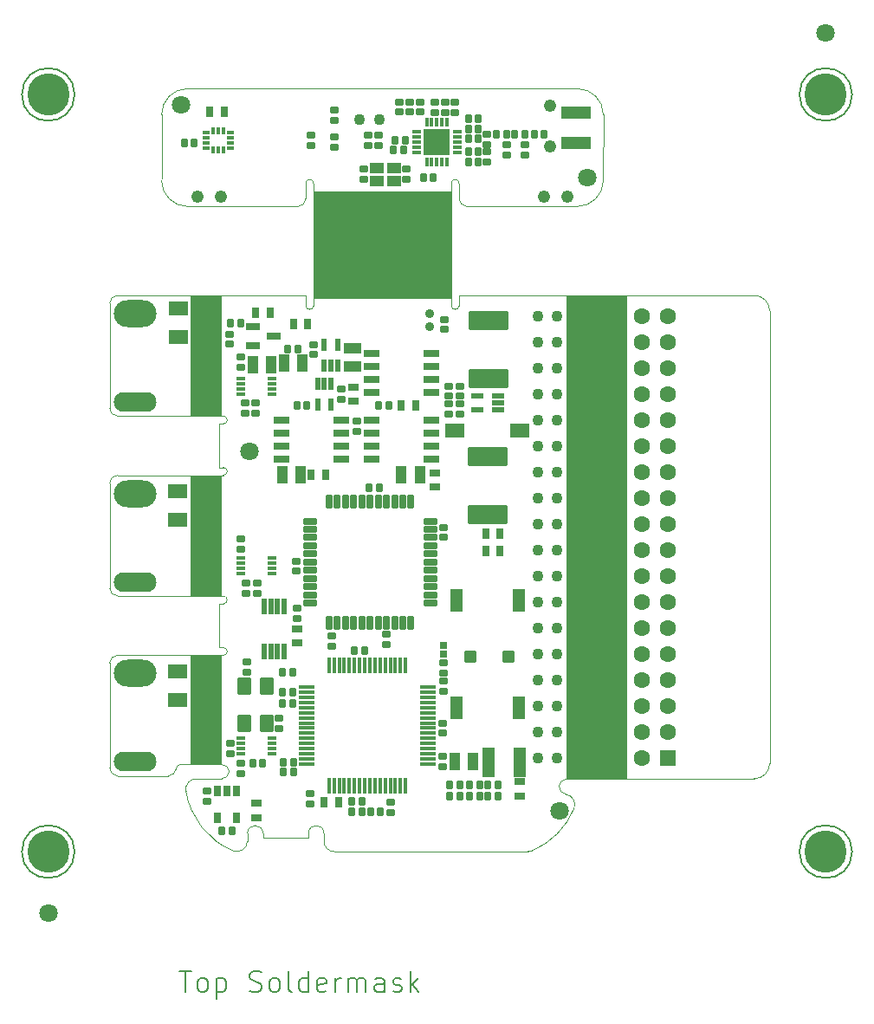
<source format=gbr>
%TF.GenerationSoftware,KiCad,Pcbnew,8.0.2*%
%TF.CreationDate,2024-10-13T20:55:14-05:00*%
%TF.ProjectId,PM1C_Rev_1_2,504d3143-5f52-4657-965f-315f322e6b69,1*%
%TF.SameCoordinates,PX297003ePY8770cd2*%
%TF.FileFunction,Soldermask,Top*%
%TF.FilePolarity,Negative*%
%FSLAX46Y46*%
G04 Gerber Fmt 4.6, Leading zero omitted, Abs format (unit mm)*
G04 Created by KiCad (PCBNEW 8.0.2) date 2024-10-13 20:55:14*
%MOMM*%
%LPD*%
G01*
G04 APERTURE LIST*
G04 Aperture macros list*
%AMRoundRect*
0 Rectangle with rounded corners*
0 $1 Rounding radius*
0 $2 $3 $4 $5 $6 $7 $8 $9 X,Y pos of 4 corners*
0 Add a 4 corners polygon primitive as box body*
4,1,4,$2,$3,$4,$5,$6,$7,$8,$9,$2,$3,0*
0 Add four circle primitives for the rounded corners*
1,1,$1+$1,$2,$3*
1,1,$1+$1,$4,$5*
1,1,$1+$1,$6,$7*
1,1,$1+$1,$8,$9*
0 Add four rect primitives between the rounded corners*
20,1,$1+$1,$2,$3,$4,$5,0*
20,1,$1+$1,$4,$5,$6,$7,0*
20,1,$1+$1,$6,$7,$8,$9,0*
20,1,$1+$1,$8,$9,$2,$3,0*%
G04 Aperture macros list end*
%ADD10C,0.050000*%
%ADD11C,0.200000*%
%ADD12C,0.203000*%
%ADD13RoundRect,0.050000X-0.375000X0.250000X-0.375000X-0.250000X0.375000X-0.250000X0.375000X0.250000X0*%
%ADD14RoundRect,0.050000X-0.200000X0.575000X-0.200000X-0.575000X0.200000X-0.575000X0.200000X0.575000X0*%
%ADD15RoundRect,0.050000X0.375000X-0.250000X0.375000X0.250000X-0.375000X0.250000X-0.375000X-0.250000X0*%
%ADD16RoundRect,0.050000X0.150000X-0.750000X0.150000X0.750000X-0.150000X0.750000X-0.150000X-0.750000X0*%
%ADD17RoundRect,0.050000X0.750000X0.150000X-0.750000X0.150000X-0.750000X-0.150000X0.750000X-0.150000X0*%
%ADD18RoundRect,0.050000X-0.250000X-0.375000X0.250000X-0.375000X0.250000X0.375000X-0.250000X0.375000X0*%
%ADD19C,1.100000*%
%ADD20RoundRect,0.050000X0.500000X-0.300000X0.500000X0.300000X-0.500000X0.300000X-0.500000X-0.300000X0*%
%ADD21RoundRect,0.050000X0.475000X0.775000X-0.475000X0.775000X-0.475000X-0.775000X0.475000X-0.775000X0*%
%ADD22RoundRect,0.050000X0.300000X0.500000X-0.300000X0.500000X-0.300000X-0.500000X0.300000X-0.500000X0*%
%ADD23RoundRect,0.050000X0.250000X0.375000X-0.250000X0.375000X-0.250000X-0.375000X0.250000X-0.375000X0*%
%ADD24RoundRect,0.050000X-0.900000X0.600000X-0.900000X-0.600000X0.900000X-0.600000X0.900000X0.600000X0*%
%ADD25RoundRect,0.050000X0.575000X0.200000X-0.575000X0.200000X-0.575000X-0.200000X0.575000X-0.200000X0*%
%ADD26C,4.113000*%
%ADD27RoundRect,0.050000X-0.575000X-1.350000X0.575000X-1.350000X0.575000X1.350000X-0.575000X1.350000X0*%
%ADD28RoundRect,0.050000X-0.300000X-0.500000X0.300000X-0.500000X0.300000X0.500000X-0.300000X0.500000X0*%
%ADD29RoundRect,0.050000X0.625000X-0.800000X0.625000X0.800000X-0.625000X0.800000X-0.625000X-0.800000X0*%
%ADD30RoundRect,0.050000X0.375000X0.150000X-0.375000X0.150000X-0.375000X-0.150000X0.375000X-0.150000X0*%
%ADD31RoundRect,0.050000X-1.350000X0.575000X-1.350000X-0.575000X1.350000X-0.575000X1.350000X0.575000X0*%
%ADD32RoundRect,0.050000X-0.475000X-0.775000X0.475000X-0.775000X0.475000X0.775000X-0.475000X0.775000X0*%
%ADD33C,1.800000*%
%ADD34RoundRect,0.050000X0.750000X0.300000X-0.750000X0.300000X-0.750000X-0.300000X0.750000X-0.300000X0*%
%ADD35RoundRect,0.050000X-1.900000X0.850000X-1.900000X-0.850000X1.900000X-0.850000X1.900000X0.850000X0*%
%ADD36RoundRect,0.050000X0.600000X0.500000X-0.600000X0.500000X-0.600000X-0.500000X0.600000X-0.500000X0*%
%ADD37RoundRect,0.050000X-0.775000X0.475000X-0.775000X-0.475000X0.775000X-0.475000X0.775000X0.475000X0*%
%ADD38RoundRect,0.050000X-0.365000X-0.150000X0.365000X-0.150000X0.365000X0.150000X-0.365000X0.150000X0*%
%ADD39RoundRect,0.050000X0.150000X-0.365000X0.150000X0.365000X-0.150000X0.365000X-0.150000X-0.365000X0*%
%ADD40RoundRect,0.050000X1.250000X-1.250000X1.250000X1.250000X-1.250000X1.250000X-1.250000X-1.250000X0*%
%ADD41O,4.164000X2.640000*%
%ADD42O,4.164000X1.928800*%
%ADD43RoundRect,0.050000X0.600000X0.250000X-0.600000X0.250000X-0.600000X-0.250000X0.600000X-0.250000X0*%
%ADD44RoundRect,0.050000X-0.250000X0.600000X-0.250000X-0.600000X0.250000X-0.600000X0.250000X0.600000X0*%
%ADD45RoundRect,0.050000X0.575000X1.050000X-0.575000X1.050000X-0.575000X-1.050000X0.575000X-1.050000X0*%
%ADD46RoundRect,0.050000X0.300000X-0.250000X0.300000X0.250000X-0.300000X0.250000X-0.300000X-0.250000X0*%
%ADD47RoundRect,0.050000X-0.500000X0.300000X-0.500000X-0.300000X0.500000X-0.300000X0.500000X0.300000X0*%
%ADD48RoundRect,0.050000X0.650000X-0.300000X0.650000X0.300000X-0.650000X0.300000X-0.650000X-0.300000X0*%
%ADD49RoundRect,0.050000X0.550000X0.550000X-0.550000X0.550000X-0.550000X-0.550000X0.550000X-0.550000X0*%
%ADD50RoundRect,0.050000X-0.575000X-1.050000X0.575000X-1.050000X0.575000X1.050000X-0.575000X1.050000X0*%
%ADD51RoundRect,0.050000X0.750000X-0.750000X0.750000X0.750000X-0.750000X0.750000X-0.750000X-0.750000X0*%
%ADD52C,1.600000*%
%ADD53RoundRect,0.050000X-0.266700X0.152400X-0.266700X-0.152400X0.266700X-0.152400X0.266700X0.152400X0*%
%ADD54RoundRect,0.050000X0.152400X0.266700X-0.152400X0.266700X-0.152400X-0.266700X0.152400X-0.266700X0*%
%ADD55RoundRect,0.050000X-0.900000X-0.600000X0.900000X-0.600000X0.900000X0.600000X-0.900000X0.600000X0*%
%ADD56RoundRect,0.050000X0.300000X-0.500000X0.300000X0.500000X-0.300000X0.500000X-0.300000X-0.500000X0*%
%ADD57RoundRect,0.050000X-0.225000X0.700000X-0.225000X-0.700000X0.225000X-0.700000X0.225000X0.700000X0*%
%ADD58RoundRect,0.050000X0.200000X-0.575000X0.200000X0.575000X-0.200000X0.575000X-0.200000X-0.575000X0*%
%ADD59C,0.900000*%
%ADD60C,1.243000*%
%ADD61C,1.241748*%
G04 APERTURE END LIST*
D10*
X54695230Y17110810D02*
X72987690Y17110810D01*
X74511690Y18634810D02*
X74511690Y62830860D01*
X16472560Y18076180D02*
X16472560Y18076180D01*
X43392220Y63354860D02*
X43392220Y75298540D01*
X55387322Y14199907D02*
G75*
G02*
X51278908Y10078131I-7042152J2910887D01*
G01*
X20897190Y29191070D02*
X19897190Y29191070D01*
X15071180Y82029550D02*
G75*
G02*
X17611190Y84569584I2540090J-56D01*
G01*
X54589435Y15594180D02*
G75*
G02*
X54633208Y17108256I105735J754614D01*
G01*
X43392220Y63354860D02*
X43392220Y63354860D01*
X29930000Y74475000D02*
X43390000Y74475000D01*
X43390000Y64075000D01*
X29930000Y64075000D01*
X29930000Y74475000D01*
G36*
X29930000Y74475000D02*
G01*
X43390000Y74475000D01*
X43390000Y64075000D01*
X29930000Y64075000D01*
X29930000Y74475000D01*
G37*
X20659200Y47534960D02*
X20659570Y51799794D01*
X10762740Y64354860D02*
X10762740Y64354860D01*
X23453200Y11776800D02*
X23453200Y11776800D01*
X23453200Y11776800D02*
G75*
G02*
X24977200Y11776800I762000J0D01*
G01*
X21099590Y29953220D02*
G75*
G02*
X21099589Y29187768I7180J-382726D01*
G01*
X31962210Y9999840D02*
G75*
G02*
X30946216Y11015840I160J1016154D01*
G01*
X29168200Y73808833D02*
G75*
G02*
X28406200Y73046864I-762030J61D01*
G01*
X15715740Y17402910D02*
X15715740Y17402910D01*
X19897190Y52566700D02*
X19897190Y52566710D01*
X30946200Y11015840D02*
X30946200Y11776800D01*
X20929013Y18514138D02*
G75*
G02*
X21688768Y17810558I-43J-762044D01*
G01*
X18451810Y17109794D02*
X20929413Y17104794D01*
X17447906Y15938502D02*
G75*
G02*
X18451810Y17109846I1003064J156192D01*
G01*
X10762740Y46772960D02*
X19897190Y46772960D01*
X10000740Y53328710D02*
X10000740Y63592860D01*
G36*
X17919570Y46759794D02*
G01*
X20929570Y46759794D01*
X20929570Y34989794D01*
X17919570Y34989794D01*
X17919570Y46759794D01*
G37*
X17611190Y84569560D02*
X55711230Y84569560D01*
X21099570Y52565194D02*
G75*
G02*
X21099570Y51799794I7200J-382700D01*
G01*
X10762740Y52566710D02*
G75*
G02*
X10000786Y53328710I30J761984D01*
G01*
X55711230Y84569560D02*
G75*
G02*
X58251236Y82029550I-160J-2540166D01*
G01*
X54695230Y17110800D02*
X54695230Y17110810D01*
X51278896Y10078155D02*
G75*
G02*
X50887740Y9999832I-391026J936939D01*
G01*
X10000740Y35746810D02*
X10000740Y46010960D01*
X44154220Y64354860D02*
X72987690Y64354860D01*
X31962210Y9999840D02*
X50887740Y9999840D01*
X17447910Y15938500D02*
X17447910Y15938500D01*
X21099570Y51799794D02*
X20659570Y51799794D01*
X20897190Y46772960D02*
X19897190Y46772960D01*
X43392220Y75298540D02*
G75*
G02*
X44154220Y75298540I381000J0D01*
G01*
X21099570Y34217904D02*
X20659570Y34217904D01*
X44154220Y63354860D02*
G75*
G02*
X43392220Y63354860I-381000J0D01*
G01*
X72987690Y64354860D02*
X72987690Y64354860D01*
X29168200Y63354860D02*
X29168200Y64354860D01*
X20659200Y29953070D02*
X20659570Y34217904D01*
X22046428Y10076954D02*
G75*
G02*
X17447945Y15938508I2930942J7033940D01*
G01*
X44154220Y63354860D02*
X44154220Y64354860D01*
X29168200Y73808833D02*
X29168200Y75298540D01*
X72987690Y64354860D02*
G75*
G02*
X74511736Y62830860I80J-1523966D01*
G01*
X21099590Y47535110D02*
X20659590Y47535110D01*
X58248935Y75586093D02*
X58251240Y82029550D01*
X10000740Y28429060D02*
G75*
G02*
X10762740Y29191024I761930J34D01*
G01*
X54660000Y64330000D02*
X60485000Y64330000D01*
X60485000Y17110000D01*
X54660000Y17110000D01*
X54660000Y64330000D01*
G36*
X54660000Y64330000D02*
G01*
X60485000Y64330000D01*
X60485000Y17110000D01*
X54660000Y17110000D01*
X54660000Y64330000D01*
G37*
X21099570Y34983304D02*
G75*
G02*
X21099570Y34217884I7200J-382710D01*
G01*
X43392220Y75298540D02*
X43392220Y75298540D01*
X21099590Y29953220D02*
X20659590Y29953220D01*
X29422200Y11776800D02*
G75*
G02*
X30946200Y11776800I762000J0D01*
G01*
X20659190Y47534960D02*
X20659200Y47534960D01*
X19897210Y46768204D02*
X19897210Y46768194D01*
X19897190Y34984810D02*
X19897190Y34984820D01*
X17610010Y73044990D02*
G75*
G02*
X15069966Y75585000I160J2540204D01*
G01*
X29422200Y11359840D02*
X29422200Y11776800D01*
G36*
X17919570Y29189794D02*
G01*
X20929570Y29189794D01*
X20929570Y18519794D01*
X17919570Y18519794D01*
X17919570Y29189794D01*
G37*
X10000740Y18164910D02*
X10000740Y28429060D01*
X19897190Y29191060D02*
X19897190Y29191060D01*
X24977200Y11359840D02*
X24977200Y11776800D01*
X10762740Y34984810D02*
G75*
G02*
X10000786Y35746810I30J761984D01*
G01*
X10762740Y29191060D02*
X19897190Y29191060D01*
X21099590Y29187820D02*
X19895908Y29188733D01*
X21099590Y46769710D02*
X19895908Y46770623D01*
X21688370Y17810408D02*
G75*
G02*
X20929413Y17104851I-761900J58586D01*
G01*
X23453200Y11014800D02*
X23453200Y11776800D01*
X19897210Y29186314D02*
X19897210Y29186304D01*
X24977200Y11359840D02*
X29422200Y11359840D01*
X21099590Y47535110D02*
G75*
G02*
X21099589Y46769678I7180J-382716D01*
G01*
X10762740Y52566710D02*
X19897190Y52566710D01*
X44918806Y73051815D02*
G75*
G02*
X44156791Y73813815I-136J761879D01*
G01*
X51278890Y10078160D02*
X51278900Y10078160D01*
X10762740Y17402910D02*
G75*
G02*
X10000786Y18164910I30J761984D01*
G01*
X54589440Y15594180D02*
G75*
G02*
X55387297Y14199912I-140970J-1006086D01*
G01*
X29168200Y75298540D02*
G75*
G02*
X29930200Y75298540I381000J0D01*
G01*
X16472561Y18076188D02*
G75*
G02*
X16969160Y18517990I496509J-58094D01*
G01*
G36*
X17919570Y64349794D02*
G01*
X20929570Y64349794D01*
X20929570Y52569794D01*
X17919570Y52569794D01*
X17919570Y64349794D01*
G37*
X20659190Y29953070D02*
X20659200Y29953070D01*
X10762740Y17402910D02*
X15715740Y17402910D01*
X30946200Y11015840D02*
X30946210Y11015840D01*
X10762740Y64354860D02*
X29168200Y64354860D01*
X54633207Y17108272D02*
G75*
G02*
X54695230Y17110796I61963J-759278D01*
G01*
X21099570Y34983304D02*
X19895888Y34982391D01*
X44156806Y73813815D02*
X44154220Y75298540D01*
X23453200Y11014800D02*
G75*
G02*
X22046413Y10076910I-1016030J-6D01*
G01*
X44918806Y73051815D02*
X55708925Y73046083D01*
X10762740Y34984810D02*
X19897190Y34984810D01*
X16969160Y18517970D02*
X16969160Y18517970D01*
X29930200Y63354860D02*
G75*
G02*
X29168200Y63354860I-381000J0D01*
G01*
X10000740Y63592860D02*
G75*
G02*
X10762740Y64354824I761930J34D01*
G01*
X16969160Y18517970D02*
X20929013Y18514138D01*
X74511690Y18634810D02*
G75*
G02*
X72987690Y17110774I-1524020J-16D01*
G01*
X29930200Y63354860D02*
X29930200Y75298540D01*
X10000740Y46010960D02*
G75*
G02*
X10762740Y46772924I761930J34D01*
G01*
X16472557Y18076186D02*
G75*
G02*
X15715740Y17402926I-756787J88708D01*
G01*
X58248935Y75586093D02*
G75*
G02*
X55708925Y73046129I-2540165J201D01*
G01*
X21099570Y52565194D02*
X19895888Y52564281D01*
X17610010Y73044990D02*
X28406200Y73046833D01*
X15071180Y75806550D02*
X15071180Y82029550D01*
D11*
X16831654Y-1700138D02*
X17974511Y-1700138D01*
X17403082Y-3700138D02*
X17403082Y-1700138D01*
X18926892Y-3700138D02*
X18736416Y-3604900D01*
X18736416Y-3604900D02*
X18641178Y-3509661D01*
X18641178Y-3509661D02*
X18545940Y-3319185D01*
X18545940Y-3319185D02*
X18545940Y-2747757D01*
X18545940Y-2747757D02*
X18641178Y-2557280D01*
X18641178Y-2557280D02*
X18736416Y-2462042D01*
X18736416Y-2462042D02*
X18926892Y-2366804D01*
X18926892Y-2366804D02*
X19212607Y-2366804D01*
X19212607Y-2366804D02*
X19403083Y-2462042D01*
X19403083Y-2462042D02*
X19498321Y-2557280D01*
X19498321Y-2557280D02*
X19593559Y-2747757D01*
X19593559Y-2747757D02*
X19593559Y-3319185D01*
X19593559Y-3319185D02*
X19498321Y-3509661D01*
X19498321Y-3509661D02*
X19403083Y-3604900D01*
X19403083Y-3604900D02*
X19212607Y-3700138D01*
X19212607Y-3700138D02*
X18926892Y-3700138D01*
X20450702Y-2366804D02*
X20450702Y-4366804D01*
X20450702Y-2462042D02*
X20641178Y-2366804D01*
X20641178Y-2366804D02*
X21022131Y-2366804D01*
X21022131Y-2366804D02*
X21212607Y-2462042D01*
X21212607Y-2462042D02*
X21307845Y-2557280D01*
X21307845Y-2557280D02*
X21403083Y-2747757D01*
X21403083Y-2747757D02*
X21403083Y-3319185D01*
X21403083Y-3319185D02*
X21307845Y-3509661D01*
X21307845Y-3509661D02*
X21212607Y-3604900D01*
X21212607Y-3604900D02*
X21022131Y-3700138D01*
X21022131Y-3700138D02*
X20641178Y-3700138D01*
X20641178Y-3700138D02*
X20450702Y-3604900D01*
X23688798Y-3604900D02*
X23974512Y-3700138D01*
X23974512Y-3700138D02*
X24450703Y-3700138D01*
X24450703Y-3700138D02*
X24641179Y-3604900D01*
X24641179Y-3604900D02*
X24736417Y-3509661D01*
X24736417Y-3509661D02*
X24831655Y-3319185D01*
X24831655Y-3319185D02*
X24831655Y-3128709D01*
X24831655Y-3128709D02*
X24736417Y-2938233D01*
X24736417Y-2938233D02*
X24641179Y-2842995D01*
X24641179Y-2842995D02*
X24450703Y-2747757D01*
X24450703Y-2747757D02*
X24069750Y-2652519D01*
X24069750Y-2652519D02*
X23879274Y-2557280D01*
X23879274Y-2557280D02*
X23784036Y-2462042D01*
X23784036Y-2462042D02*
X23688798Y-2271566D01*
X23688798Y-2271566D02*
X23688798Y-2081090D01*
X23688798Y-2081090D02*
X23784036Y-1890614D01*
X23784036Y-1890614D02*
X23879274Y-1795376D01*
X23879274Y-1795376D02*
X24069750Y-1700138D01*
X24069750Y-1700138D02*
X24545941Y-1700138D01*
X24545941Y-1700138D02*
X24831655Y-1795376D01*
X25974512Y-3700138D02*
X25784036Y-3604900D01*
X25784036Y-3604900D02*
X25688798Y-3509661D01*
X25688798Y-3509661D02*
X25593560Y-3319185D01*
X25593560Y-3319185D02*
X25593560Y-2747757D01*
X25593560Y-2747757D02*
X25688798Y-2557280D01*
X25688798Y-2557280D02*
X25784036Y-2462042D01*
X25784036Y-2462042D02*
X25974512Y-2366804D01*
X25974512Y-2366804D02*
X26260227Y-2366804D01*
X26260227Y-2366804D02*
X26450703Y-2462042D01*
X26450703Y-2462042D02*
X26545941Y-2557280D01*
X26545941Y-2557280D02*
X26641179Y-2747757D01*
X26641179Y-2747757D02*
X26641179Y-3319185D01*
X26641179Y-3319185D02*
X26545941Y-3509661D01*
X26545941Y-3509661D02*
X26450703Y-3604900D01*
X26450703Y-3604900D02*
X26260227Y-3700138D01*
X26260227Y-3700138D02*
X25974512Y-3700138D01*
X27784036Y-3700138D02*
X27593560Y-3604900D01*
X27593560Y-3604900D02*
X27498322Y-3414423D01*
X27498322Y-3414423D02*
X27498322Y-1700138D01*
X29403084Y-3700138D02*
X29403084Y-1700138D01*
X29403084Y-3604900D02*
X29212608Y-3700138D01*
X29212608Y-3700138D02*
X28831655Y-3700138D01*
X28831655Y-3700138D02*
X28641179Y-3604900D01*
X28641179Y-3604900D02*
X28545941Y-3509661D01*
X28545941Y-3509661D02*
X28450703Y-3319185D01*
X28450703Y-3319185D02*
X28450703Y-2747757D01*
X28450703Y-2747757D02*
X28545941Y-2557280D01*
X28545941Y-2557280D02*
X28641179Y-2462042D01*
X28641179Y-2462042D02*
X28831655Y-2366804D01*
X28831655Y-2366804D02*
X29212608Y-2366804D01*
X29212608Y-2366804D02*
X29403084Y-2462042D01*
X31117370Y-3604900D02*
X30926894Y-3700138D01*
X30926894Y-3700138D02*
X30545941Y-3700138D01*
X30545941Y-3700138D02*
X30355465Y-3604900D01*
X30355465Y-3604900D02*
X30260227Y-3414423D01*
X30260227Y-3414423D02*
X30260227Y-2652519D01*
X30260227Y-2652519D02*
X30355465Y-2462042D01*
X30355465Y-2462042D02*
X30545941Y-2366804D01*
X30545941Y-2366804D02*
X30926894Y-2366804D01*
X30926894Y-2366804D02*
X31117370Y-2462042D01*
X31117370Y-2462042D02*
X31212608Y-2652519D01*
X31212608Y-2652519D02*
X31212608Y-2842995D01*
X31212608Y-2842995D02*
X30260227Y-3033471D01*
X32069751Y-3700138D02*
X32069751Y-2366804D01*
X32069751Y-2747757D02*
X32164989Y-2557280D01*
X32164989Y-2557280D02*
X32260227Y-2462042D01*
X32260227Y-2462042D02*
X32450703Y-2366804D01*
X32450703Y-2366804D02*
X32641180Y-2366804D01*
X33307846Y-3700138D02*
X33307846Y-2366804D01*
X33307846Y-2557280D02*
X33403084Y-2462042D01*
X33403084Y-2462042D02*
X33593560Y-2366804D01*
X33593560Y-2366804D02*
X33879275Y-2366804D01*
X33879275Y-2366804D02*
X34069751Y-2462042D01*
X34069751Y-2462042D02*
X34164989Y-2652519D01*
X34164989Y-2652519D02*
X34164989Y-3700138D01*
X34164989Y-2652519D02*
X34260227Y-2462042D01*
X34260227Y-2462042D02*
X34450703Y-2366804D01*
X34450703Y-2366804D02*
X34736417Y-2366804D01*
X34736417Y-2366804D02*
X34926894Y-2462042D01*
X34926894Y-2462042D02*
X35022132Y-2652519D01*
X35022132Y-2652519D02*
X35022132Y-3700138D01*
X36831656Y-3700138D02*
X36831656Y-2652519D01*
X36831656Y-2652519D02*
X36736418Y-2462042D01*
X36736418Y-2462042D02*
X36545942Y-2366804D01*
X36545942Y-2366804D02*
X36164989Y-2366804D01*
X36164989Y-2366804D02*
X35974513Y-2462042D01*
X36831656Y-3604900D02*
X36641180Y-3700138D01*
X36641180Y-3700138D02*
X36164989Y-3700138D01*
X36164989Y-3700138D02*
X35974513Y-3604900D01*
X35974513Y-3604900D02*
X35879275Y-3414423D01*
X35879275Y-3414423D02*
X35879275Y-3223947D01*
X35879275Y-3223947D02*
X35974513Y-3033471D01*
X35974513Y-3033471D02*
X36164989Y-2938233D01*
X36164989Y-2938233D02*
X36641180Y-2938233D01*
X36641180Y-2938233D02*
X36831656Y-2842995D01*
X37688799Y-3604900D02*
X37879275Y-3700138D01*
X37879275Y-3700138D02*
X38260227Y-3700138D01*
X38260227Y-3700138D02*
X38450704Y-3604900D01*
X38450704Y-3604900D02*
X38545942Y-3414423D01*
X38545942Y-3414423D02*
X38545942Y-3319185D01*
X38545942Y-3319185D02*
X38450704Y-3128709D01*
X38450704Y-3128709D02*
X38260227Y-3033471D01*
X38260227Y-3033471D02*
X37974513Y-3033471D01*
X37974513Y-3033471D02*
X37784037Y-2938233D01*
X37784037Y-2938233D02*
X37688799Y-2747757D01*
X37688799Y-2747757D02*
X37688799Y-2652519D01*
X37688799Y-2652519D02*
X37784037Y-2462042D01*
X37784037Y-2462042D02*
X37974513Y-2366804D01*
X37974513Y-2366804D02*
X38260227Y-2366804D01*
X38260227Y-2366804D02*
X38450704Y-2462042D01*
X39403085Y-3700138D02*
X39403085Y-1700138D01*
X39593561Y-2938233D02*
X40164990Y-3700138D01*
X40164990Y-2366804D02*
X39403085Y-3128709D01*
D12*
%TO.C,M5*%
X6564600Y9991540D02*
G75*
G02*
X1414600Y9991540I-2575000J0D01*
G01*
X1414600Y9991540D02*
G75*
G02*
X6564600Y9991540I2575000J0D01*
G01*
%TO.C,M6*%
X82564600Y9991540D02*
G75*
G02*
X77414600Y9991540I-2575000J0D01*
G01*
X77414600Y9991540D02*
G75*
G02*
X82564600Y9991540I2575000J0D01*
G01*
%TO.C,M3*%
X82564600Y83991540D02*
G75*
G02*
X77414600Y83991540I-2575000J0D01*
G01*
X77414600Y83991540D02*
G75*
G02*
X82564600Y83991540I2575000J0D01*
G01*
%TO.C,M4*%
X6564600Y83991540D02*
G75*
G02*
X1414600Y83991540I-2575000J0D01*
G01*
X1414600Y83991540D02*
G75*
G02*
X6564600Y83991540I2575000J0D01*
G01*
%TD*%
D13*
%TO.C,C97*%
X37427200Y14800350D03*
X37427200Y13800350D03*
%TD*%
D14*
%TO.C,U12*%
X31618160Y55715350D03*
X30968160Y55715350D03*
X30318160Y55715350D03*
X30318160Y53665350D03*
X31618160Y53665350D03*
%TD*%
D15*
%TO.C,C39*%
X34827200Y75690350D03*
X34827200Y76690350D03*
%TD*%
%TO.C,R85*%
X19502200Y14900350D03*
X19502200Y15900350D03*
%TD*%
D13*
%TO.C,FB4*%
X36247130Y79990190D03*
X36247130Y78990190D03*
%TD*%
D16*
%TO.C,U46*%
X31427200Y16415350D03*
X31927200Y16415350D03*
X32427200Y16415350D03*
X32927200Y16415350D03*
X33427200Y16415350D03*
X33927200Y16415350D03*
X34427200Y16415350D03*
X34927200Y16415350D03*
X35427200Y16415350D03*
X35927200Y16415350D03*
X36427200Y16415350D03*
X36927200Y16415350D03*
X37427200Y16415350D03*
X37927200Y16415350D03*
X38427200Y16415350D03*
X38927200Y16415350D03*
D17*
X41077200Y18565350D03*
X41077200Y19065350D03*
X41077200Y19565350D03*
X41077200Y20065350D03*
X41077200Y20565350D03*
X41077200Y21065350D03*
X41077200Y21565350D03*
X41077200Y22065350D03*
X41077200Y22565350D03*
X41077200Y23065350D03*
X41077200Y23565350D03*
X41077200Y24065350D03*
X41077200Y24565350D03*
X41077200Y25065350D03*
X41077200Y25565350D03*
X41077200Y26065350D03*
D16*
X38927200Y28215350D03*
X38427200Y28215350D03*
X37927200Y28215350D03*
X37427200Y28215350D03*
X36927200Y28215350D03*
X36427200Y28215350D03*
X35927200Y28215350D03*
X35427200Y28215350D03*
X34927200Y28215350D03*
X34427200Y28215350D03*
X33927200Y28215350D03*
X33427200Y28215350D03*
X32927200Y28215350D03*
X32427200Y28215350D03*
X31927200Y28215350D03*
X31427200Y28215350D03*
D17*
X29277200Y26065350D03*
X29277200Y25565350D03*
X29277200Y25065350D03*
X29277200Y24565350D03*
X29277200Y24065350D03*
X29277200Y23565350D03*
X29277200Y23065350D03*
X29277200Y22565350D03*
X29277200Y22065350D03*
X29277200Y21565350D03*
X29277200Y21065350D03*
X29277200Y20565350D03*
X29277200Y20065350D03*
X29277200Y19565350D03*
X29277200Y19065350D03*
X29277200Y18565350D03*
%TD*%
D18*
%TO.C,C28*%
X45052200Y77425350D03*
X46052200Y77425350D03*
%TD*%
%TO.C,C12*%
X35352210Y45540350D03*
X36352210Y45540350D03*
%TD*%
D19*
%TO.C,TP37*%
X36355000Y81500000D03*
%TD*%
D15*
%TO.C,C21*%
X21754570Y59569794D03*
X21754570Y60569794D03*
%TD*%
D19*
%TO.C,TP34*%
X51817200Y59782830D03*
%TD*%
D20*
%TO.C,C8*%
X28277200Y31790350D03*
X28277200Y30390350D03*
%TD*%
D21*
%TO.C,R25*%
X23984570Y57574794D03*
X25784570Y57574794D03*
%TD*%
D13*
%TO.C,FB1*%
X40302200Y83265350D03*
X40302200Y82265350D03*
%TD*%
D19*
%TO.C,TP15*%
X53738630Y36922830D03*
%TD*%
D22*
%TO.C,R20*%
X27975070Y61540350D03*
X29375070Y61540350D03*
%TD*%
D19*
%TO.C,TP38*%
X34400000Y81500000D03*
%TD*%
D18*
%TO.C,L5*%
X45052200Y78440350D03*
X46052200Y78440350D03*
%TD*%
D23*
%TO.C,C35*%
X38756418Y78537277D03*
X37756418Y78537277D03*
%TD*%
D24*
%TO.C,F2*%
X16739570Y60319794D03*
X16739570Y63119794D03*
%TD*%
D25*
%TO.C,U47*%
X47977200Y53190350D03*
X47977200Y53840350D03*
X47977200Y54490350D03*
X45927200Y54490350D03*
X45927200Y53190350D03*
%TD*%
D19*
%TO.C,TP14*%
X51817200Y34382830D03*
%TD*%
D23*
%TO.C,C37*%
X41645000Y75840000D03*
X40645000Y75840000D03*
%TD*%
D26*
%TO.C,M5*%
X3999600Y9991540D03*
%TD*%
D18*
%TO.C,R112*%
X26969570Y17779794D03*
X27969570Y17779794D03*
%TD*%
D15*
%TO.C,C9*%
X42652210Y40690350D03*
X42652210Y41690350D03*
%TD*%
D13*
%TO.C,R120*%
X22834570Y58309794D03*
X22834570Y57309794D03*
%TD*%
%TO.C,R103*%
X29577200Y15659840D03*
X29577200Y14659840D03*
%TD*%
D27*
%TO.C,C44*%
X50052190Y18739950D03*
X47052200Y18739950D03*
%TD*%
D19*
%TO.C,TP28*%
X51817200Y52162830D03*
%TD*%
D15*
%TO.C,C18*%
X32668160Y54190350D03*
X32668160Y55190350D03*
%TD*%
D28*
%TO.C,R16*%
X48154200Y41040350D03*
X46754200Y41040350D03*
%TD*%
D15*
%TO.C,R28*%
X42777200Y82240350D03*
X42777200Y83240350D03*
%TD*%
D29*
%TO.C,Y2*%
X25352200Y22490350D03*
X25352200Y26190350D03*
X23152200Y26190350D03*
X23152200Y22490350D03*
%TD*%
D30*
%TO.C,U49*%
X25827200Y37163350D03*
X25827200Y37663350D03*
X25827200Y38163350D03*
X25827200Y38663350D03*
X22827200Y38663350D03*
X22827200Y38163350D03*
X22827200Y37663350D03*
X22827200Y37163350D03*
%TD*%
D13*
%TO.C,C98*%
X23349570Y36259794D03*
X23349570Y35259794D03*
%TD*%
D31*
%TO.C,C25*%
X55577200Y79240360D03*
X55577200Y82240350D03*
%TD*%
D13*
%TO.C,C10*%
X37052200Y31215350D03*
X37052200Y30215350D03*
%TD*%
%TO.C,R102*%
X44252200Y53790350D03*
X44252200Y52790350D03*
%TD*%
D18*
%TO.C,C27*%
X51477200Y80065350D03*
X52477200Y80065350D03*
%TD*%
D13*
%TO.C,C96*%
X23259570Y53854794D03*
X23259570Y52854794D03*
%TD*%
D19*
%TO.C,TP11*%
X53738630Y31842830D03*
%TD*%
D23*
%TO.C,C7*%
X18277200Y79240350D03*
X17277200Y79240350D03*
%TD*%
D15*
%TO.C,C26*%
X43760180Y82240350D03*
X43760180Y83240350D03*
%TD*%
D23*
%TO.C,C88*%
X34652200Y14915350D03*
X33652200Y14915350D03*
%TD*%
D13*
%TO.C,R101*%
X44252200Y55490350D03*
X44252200Y54490350D03*
%TD*%
D32*
%TO.C,C17*%
X28677200Y46840350D03*
X26877200Y46840350D03*
%TD*%
D33*
%TO.C,FID17*%
X3999590Y3991530D03*
%TD*%
D22*
%TO.C,C92*%
X30977200Y14809840D03*
X32377200Y14809840D03*
%TD*%
D34*
%TO.C,U10*%
X32611510Y48385350D03*
X32611510Y49655350D03*
X32611510Y50925350D03*
X32611510Y52195350D03*
X26811510Y52195350D03*
X26811510Y50925350D03*
X26811510Y49655350D03*
X26811510Y48385350D03*
%TD*%
D35*
%TO.C,L8*%
X46977200Y48590350D03*
X46977200Y42890350D03*
%TD*%
D30*
%TO.C,U50*%
X25827200Y19561350D03*
X25827200Y20061350D03*
X25827200Y20561350D03*
X25827200Y21061350D03*
X22827200Y21061350D03*
X22827200Y20561350D03*
X22827200Y20061350D03*
X22827200Y19561350D03*
%TD*%
D28*
%TO.C,R24*%
X25677200Y62640350D03*
X24277200Y62640350D03*
%TD*%
D36*
%TO.C,Y1*%
X37777200Y76840350D03*
X36077200Y76840350D03*
X36077200Y75540350D03*
X37777200Y75540350D03*
%TD*%
D19*
%TO.C,TP1*%
X53738630Y19142830D03*
%TD*%
D37*
%TO.C,R23*%
X33702200Y57390350D03*
X33702200Y59190350D03*
%TD*%
D15*
%TO.C,C89*%
X42527200Y21565360D03*
X42527200Y22565360D03*
%TD*%
D13*
%TO.C,R109*%
X42602200Y26665350D03*
X42602200Y25665350D03*
%TD*%
D18*
%TO.C,C29*%
X45055000Y79690000D03*
X46055000Y79690000D03*
%TD*%
D38*
%TO.C,U14*%
X40012200Y80340480D03*
X40012200Y79840480D03*
X40012200Y79340480D03*
X40012200Y78840480D03*
X40012200Y78340480D03*
D39*
X40977200Y77375480D03*
X41477200Y77375480D03*
X41977200Y77375480D03*
X42477200Y77375480D03*
X42977200Y77375480D03*
D38*
X43942200Y78340480D03*
X43942200Y78840480D03*
X43942200Y79340480D03*
X43942200Y79840480D03*
X43942200Y80340480D03*
D39*
X42977200Y81305480D03*
X42477200Y81305480D03*
X41977200Y81305480D03*
X41477200Y81305480D03*
X40977200Y81305480D03*
D40*
X41977200Y79340480D03*
%TD*%
D33*
%TO.C,FID12*%
X53999600Y13991540D03*
%TD*%
D34*
%TO.C,U8*%
X41427200Y48380350D03*
X41427200Y49650350D03*
X41427200Y50920350D03*
X41427200Y52190350D03*
X35627200Y52190350D03*
X35627200Y50920350D03*
X35627200Y49650350D03*
X35627200Y48380350D03*
%TD*%
D20*
%TO.C,R32*%
X50052200Y16825350D03*
X50052200Y15425350D03*
%TD*%
D26*
%TO.C,M6*%
X79999600Y9991540D03*
%TD*%
D23*
%TO.C,R126*%
X47964970Y16499270D03*
X46964970Y16499270D03*
%TD*%
D22*
%TO.C,R37*%
X46752200Y39365350D03*
X48152200Y39365350D03*
%TD*%
D13*
%TO.C,C36*%
X46877200Y78390000D03*
X46877200Y77390000D03*
%TD*%
D41*
%TO.C,BAT2*%
X12528200Y45005150D03*
D42*
X12528200Y36362750D03*
%TD*%
D19*
%TO.C,TP5*%
X53738630Y24222830D03*
%TD*%
D33*
%TO.C,FID11*%
X16999600Y82991540D03*
%TD*%
D19*
%TO.C,TP32*%
X51817200Y57242830D03*
%TD*%
%TO.C,TP29*%
X53690970Y54702830D03*
%TD*%
D23*
%TO.C,C20*%
X22814570Y61609794D03*
X21814570Y61609794D03*
%TD*%
D26*
%TO.C,M3*%
X79999600Y83991540D03*
%TD*%
D19*
%TO.C,TP33*%
X53713710Y59782830D03*
%TD*%
D33*
%TO.C,FID8*%
X79999600Y89991540D03*
%TD*%
D35*
%TO.C,L9*%
X47052200Y61890350D03*
X47052200Y56190350D03*
%TD*%
D15*
%TO.C,R111*%
X42602200Y27415350D03*
X42602200Y28415350D03*
%TD*%
D13*
%TO.C,R123*%
X24464570Y36254794D03*
X24464570Y35254794D03*
%TD*%
D18*
%TO.C,R127*%
X23959570Y18629794D03*
X24959570Y18629794D03*
%TD*%
D15*
%TO.C,C90*%
X43177200Y54490350D03*
X43177200Y55490350D03*
%TD*%
D23*
%TO.C,C15*%
X37317890Y53565360D03*
X36317890Y53565360D03*
%TD*%
D15*
%TO.C,C11*%
X28252200Y37390350D03*
X28252200Y38390350D03*
%TD*%
%TO.C,C91*%
X26580000Y22005000D03*
X26580000Y23005000D03*
%TD*%
D18*
%TO.C,C19*%
X28277200Y53640350D03*
X29277200Y53640350D03*
%TD*%
D13*
%TO.C,C23*%
X31993160Y82440350D03*
X31993160Y81440350D03*
%TD*%
D20*
%TO.C,R22*%
X33818160Y55415350D03*
X33818160Y54015350D03*
%TD*%
D19*
%TO.C,TP3*%
X53738630Y21682830D03*
%TD*%
D18*
%TO.C,C22*%
X27427200Y59140350D03*
X28427200Y59140350D03*
%TD*%
D13*
%TO.C,R15*%
X28277200Y33790350D03*
X28277200Y32790350D03*
%TD*%
D19*
%TO.C,TP26*%
X51817200Y49622830D03*
%TD*%
D13*
%TO.C,R17*%
X31702200Y31040350D03*
X31702200Y30040350D03*
%TD*%
D15*
%TO.C,C87*%
X23377200Y27507030D03*
X23377200Y28507030D03*
%TD*%
D18*
%TO.C,L3*%
X47777200Y80065350D03*
X48777200Y80065350D03*
%TD*%
D21*
%TO.C,R26*%
X27027200Y57715350D03*
X28827200Y57715350D03*
%TD*%
D15*
%TO.C,R105*%
X43177200Y52790350D03*
X43177200Y53790350D03*
%TD*%
D43*
%TO.C,U7*%
X41352210Y34290350D03*
X41352210Y35090350D03*
X41352210Y35890350D03*
X41352210Y36690350D03*
X41352210Y37490350D03*
X41352210Y38290350D03*
X41352210Y39090350D03*
X41352210Y39890350D03*
X41352210Y40690350D03*
X41352210Y41490350D03*
X41352210Y42290350D03*
D44*
X39452120Y44190430D03*
X38652120Y44190430D03*
X37852120Y44190430D03*
X37052120Y44190430D03*
X36252120Y44190430D03*
X35452120Y44190430D03*
X34652120Y44190430D03*
X33852120Y44190430D03*
X33052120Y44190430D03*
X32252120Y44190430D03*
X31452120Y44190430D03*
D43*
X29552200Y42290350D03*
X29552200Y41490350D03*
X29552200Y40690350D03*
X29552200Y39890350D03*
X29552200Y39090350D03*
X29552200Y38290350D03*
X29552200Y37490350D03*
X29552200Y36690350D03*
X29552200Y35890350D03*
X29552200Y35090350D03*
X29552200Y34290350D03*
D44*
X31452120Y32390430D03*
X32252120Y32390430D03*
X33052120Y32390430D03*
X33852120Y32390430D03*
X34652120Y32390430D03*
X35452120Y32390430D03*
X36252120Y32390430D03*
X37052120Y32390430D03*
X37852120Y32390430D03*
X38652120Y32390430D03*
X39452120Y32390430D03*
%TD*%
D15*
%TO.C,C32*%
X46877200Y79065350D03*
X46877200Y80065350D03*
%TD*%
D45*
%TO.C,L7*%
X50027200Y34590350D03*
X43877200Y34590350D03*
%TD*%
D46*
%TO.C,LED1*%
X42602200Y30165350D03*
X42602200Y29265350D03*
%TD*%
D18*
%TO.C,R114*%
X26902200Y27540350D03*
X27902200Y27540350D03*
%TD*%
D13*
%TO.C,C100*%
X22827200Y18636350D03*
X22827200Y17636350D03*
%TD*%
D47*
%TO.C,C77*%
X24377200Y13300350D03*
X24377200Y14700350D03*
%TD*%
D19*
%TO.C,TP22*%
X51817200Y44542830D03*
%TD*%
%TO.C,TP23*%
X53690970Y47082830D03*
%TD*%
D48*
%TO.C,U13*%
X23977200Y61315350D03*
X23977200Y59415350D03*
X26007200Y60365350D03*
%TD*%
D15*
%TO.C,R128*%
X21809570Y19539794D03*
X21809570Y20539794D03*
%TD*%
D32*
%TO.C,R100*%
X45502200Y18815350D03*
X43702200Y18815350D03*
%TD*%
D18*
%TO.C,R121*%
X35477200Y13900350D03*
X36477200Y13900350D03*
%TD*%
D19*
%TO.C,TP36*%
X51817200Y62322830D03*
%TD*%
D33*
%TO.C,FID16*%
X56709479Y75886113D03*
%TD*%
D28*
%TO.C,R14*%
X21177200Y82304700D03*
X19777200Y82304700D03*
%TD*%
D19*
%TO.C,TP13*%
X53738630Y34382830D03*
%TD*%
D18*
%TO.C,L2*%
X45052200Y80640350D03*
X46052200Y80640350D03*
%TD*%
D19*
%TO.C,TP31*%
X53713710Y57242830D03*
%TD*%
D18*
%TO.C,C101*%
X43242200Y16500340D03*
X44242200Y16500340D03*
%TD*%
D23*
%TO.C,R125*%
X46189970Y15424270D03*
X45189970Y15424270D03*
%TD*%
D19*
%TO.C,TP10*%
X51817200Y29302830D03*
%TD*%
D26*
%TO.C,M4*%
X3999600Y83991540D03*
%TD*%
D19*
%TO.C,TP21*%
X53690970Y44542830D03*
%TD*%
D13*
%TO.C,FB2*%
X39302200Y83265350D03*
X39302200Y82265350D03*
%TD*%
%TO.C,C31*%
X48777200Y79067420D03*
X48777200Y78067420D03*
%TD*%
%TO.C,R119*%
X24254570Y53854794D03*
X24254570Y52854794D03*
%TD*%
D41*
%TO.C,BAT1*%
X12511180Y62601390D03*
D42*
X12511180Y53958990D03*
%TD*%
D49*
%TO.C,D2*%
X45252200Y29040350D03*
X48952200Y29040350D03*
%TD*%
D28*
%TO.C,R19*%
X39917890Y53590350D03*
X38517890Y53590350D03*
%TD*%
D18*
%TO.C,C85*%
X33927200Y29615350D03*
X34927200Y29615350D03*
%TD*%
D50*
%TO.C,L6*%
X43864930Y24079040D03*
X50014930Y24079040D03*
%TD*%
D23*
%TO.C,C95*%
X27919570Y25579794D03*
X26919570Y25579794D03*
%TD*%
D21*
%TO.C,C13*%
X38517890Y46860350D03*
X40317890Y46860350D03*
%TD*%
D15*
%TO.C,L1*%
X29695000Y78990350D03*
X29695000Y79990350D03*
%TD*%
D19*
%TO.C,TP20*%
X51817200Y42002830D03*
%TD*%
%TO.C,TP7*%
X53738630Y26762830D03*
%TD*%
D51*
%TO.C,H1*%
X64517200Y19142830D03*
D52*
X61977200Y19142830D03*
X64517200Y21682830D03*
X61977200Y21682830D03*
X64517200Y24222830D03*
X61977200Y24222830D03*
X64517200Y26762830D03*
X61977200Y26762830D03*
X64517200Y29302830D03*
X61977200Y29302830D03*
X64517200Y31842830D03*
X61977200Y31842830D03*
X64517200Y34382830D03*
X61977200Y34382830D03*
X64517200Y36922830D03*
X61977200Y36922830D03*
X64517200Y39462830D03*
X61977200Y39462830D03*
X64517200Y42002830D03*
X61977200Y42002830D03*
X64517200Y44542830D03*
X61977200Y44542830D03*
X64517200Y47082830D03*
X61977200Y47082830D03*
X64517200Y49622830D03*
X61977200Y49622830D03*
X64517200Y52162830D03*
X61977200Y52162830D03*
X64517200Y54702830D03*
X61977200Y54702830D03*
X64517200Y57242830D03*
X61977200Y57242830D03*
X64517200Y59782830D03*
X61977200Y59782830D03*
X64517200Y62322830D03*
X61977200Y62322830D03*
%TD*%
D13*
%TO.C,C38*%
X39027200Y76690350D03*
X39027200Y75690350D03*
%TD*%
D19*
%TO.C,TP18*%
X53738630Y39462830D03*
%TD*%
%TO.C,TP6*%
X51817200Y24222830D03*
%TD*%
D13*
%TO.C,C16*%
X29927200Y59565350D03*
X29927200Y58565350D03*
%TD*%
D19*
%TO.C,TP24*%
X51817200Y47082830D03*
%TD*%
D53*
%TO.C,U5*%
X21800700Y78764699D03*
X21800700Y79264700D03*
X21800700Y79764700D03*
X21800700Y80264701D03*
D54*
X21119599Y80441800D03*
X20619600Y80441800D03*
X20119601Y80441800D03*
D53*
X19438500Y80264701D03*
X19438500Y79764700D03*
X19438500Y79264700D03*
X19438500Y78764699D03*
D54*
X20119601Y78587600D03*
X20619600Y78587600D03*
X21119599Y78587600D03*
%TD*%
D41*
%TO.C,BAT3*%
X12528200Y27428350D03*
D42*
X12528200Y18785950D03*
%TD*%
D34*
%TO.C,U9*%
X41427200Y54835350D03*
X41427200Y56105350D03*
X41427200Y57375350D03*
X41427200Y58645350D03*
X35627200Y58645350D03*
X35627200Y57375350D03*
X35627200Y56105350D03*
X35627200Y54835350D03*
%TD*%
D13*
%TO.C,FB3*%
X38302200Y83265350D03*
X38302200Y82265350D03*
%TD*%
D55*
%TO.C,SW1*%
X43701080Y51115270D03*
X50101080Y51115270D03*
%TD*%
D23*
%TO.C,R129*%
X46189970Y16499270D03*
X45189970Y16499270D03*
%TD*%
D13*
%TO.C,C30*%
X50602200Y79067420D03*
X50602200Y78067420D03*
%TD*%
D56*
%TO.C,U38*%
X22427200Y15900350D03*
X21477200Y15900350D03*
X20527200Y15900350D03*
X20527200Y13300350D03*
X22427200Y13300350D03*
%TD*%
D18*
%TO.C,C99*%
X43242300Y15450350D03*
X44242300Y15450350D03*
%TD*%
%TO.C,R118*%
X33652200Y13900350D03*
X34652200Y13900350D03*
%TD*%
D23*
%TO.C,R122*%
X47964970Y15424270D03*
X46964970Y15424270D03*
%TD*%
D13*
%TO.C,FB5*%
X35247130Y79990190D03*
X35247130Y78990190D03*
%TD*%
D19*
%TO.C,TP12*%
X51817200Y31842830D03*
%TD*%
D24*
%TO.C,F3*%
X16627200Y42459840D03*
X16627200Y45259840D03*
%TD*%
D13*
%TO.C,C14*%
X34202200Y52060350D03*
X34202200Y51060350D03*
%TD*%
D19*
%TO.C,TP16*%
X51817200Y36922830D03*
%TD*%
D18*
%TO.C,L4*%
X49602200Y80065350D03*
X50602200Y80065350D03*
%TD*%
D15*
%TO.C,C94*%
X42527200Y18315350D03*
X42527200Y19315350D03*
%TD*%
D23*
%TO.C,C86*%
X27919570Y24469794D03*
X26919570Y24469794D03*
%TD*%
D19*
%TO.C,TP17*%
X51814600Y39439700D03*
%TD*%
D15*
%TO.C,C24*%
X41777200Y82240350D03*
X41777200Y83240350D03*
%TD*%
D57*
%TO.C,U6*%
X27052210Y33990350D03*
X26402200Y33990350D03*
X25752210Y33990350D03*
X25102200Y33990350D03*
X25102200Y29590350D03*
X25752210Y29590350D03*
X26402200Y29590350D03*
X27052210Y29590350D03*
%TD*%
D15*
%TO.C,R27*%
X31993160Y78829700D03*
X31993160Y79829700D03*
%TD*%
D19*
%TO.C,TP2*%
X51817200Y19142830D03*
%TD*%
%TO.C,TP35*%
X53687010Y62322830D03*
%TD*%
D23*
%TO.C,C33*%
X38906991Y79515450D03*
X37906991Y79515450D03*
%TD*%
D30*
%TO.C,U48*%
X25827200Y54740350D03*
X25827200Y55240350D03*
X25827200Y55740350D03*
X25827200Y56240350D03*
X22827200Y56240350D03*
X22827200Y55740350D03*
X22827200Y55240350D03*
X22827200Y54740350D03*
%TD*%
D58*
%TO.C,U11*%
X30977200Y57515350D03*
X31627200Y57515350D03*
X32277200Y57515350D03*
X32277200Y59565350D03*
X30977200Y59565350D03*
%TD*%
D20*
%TO.C,R18*%
X41777200Y47015350D03*
X41777200Y45615350D03*
%TD*%
D23*
%TO.C,C93*%
X27979570Y18759794D03*
X26979570Y18759794D03*
%TD*%
D19*
%TO.C,TP8*%
X51817200Y26762830D03*
%TD*%
D13*
%TO.C,R124*%
X22827200Y40538350D03*
X22827200Y39538350D03*
%TD*%
D24*
%TO.C,F4*%
X16627200Y24809840D03*
X16627200Y27609840D03*
%TD*%
D19*
%TO.C,TP4*%
X51829600Y21679700D03*
%TD*%
D15*
%TO.C,C59*%
X42725730Y61024840D03*
X42725730Y62024840D03*
%TD*%
D19*
%TO.C,TP30*%
X51817200Y54702830D03*
%TD*%
D28*
%TO.C,R21*%
X31077200Y46840350D03*
X29677200Y46840350D03*
%TD*%
D19*
%TO.C,TP19*%
X53738630Y42002830D03*
%TD*%
D59*
%TO.C,RV1*%
X41234900Y61265290D03*
X41234900Y62535290D03*
%TD*%
D33*
%TO.C,FID15*%
X23624570Y49144794D03*
%TD*%
D19*
%TO.C,TP27*%
X53690970Y52162830D03*
%TD*%
%TO.C,TP25*%
X53690970Y49622830D03*
%TD*%
%TO.C,TP9*%
X53738630Y29302830D03*
%TD*%
D23*
%TO.C,R86*%
X21977200Y12000350D03*
X20977200Y12000350D03*
%TD*%
D18*
%TO.C,C34*%
X45052200Y81640350D03*
X46052200Y81640350D03*
%TD*%
D60*
%TO.C,J1*%
X54749600Y74029700D03*
X52459600Y74029700D03*
X20859600Y74029700D03*
D61*
X18572137Y74027305D03*
D60*
X53039600Y78929700D03*
X53034600Y82929700D03*
%TD*%
M02*

</source>
